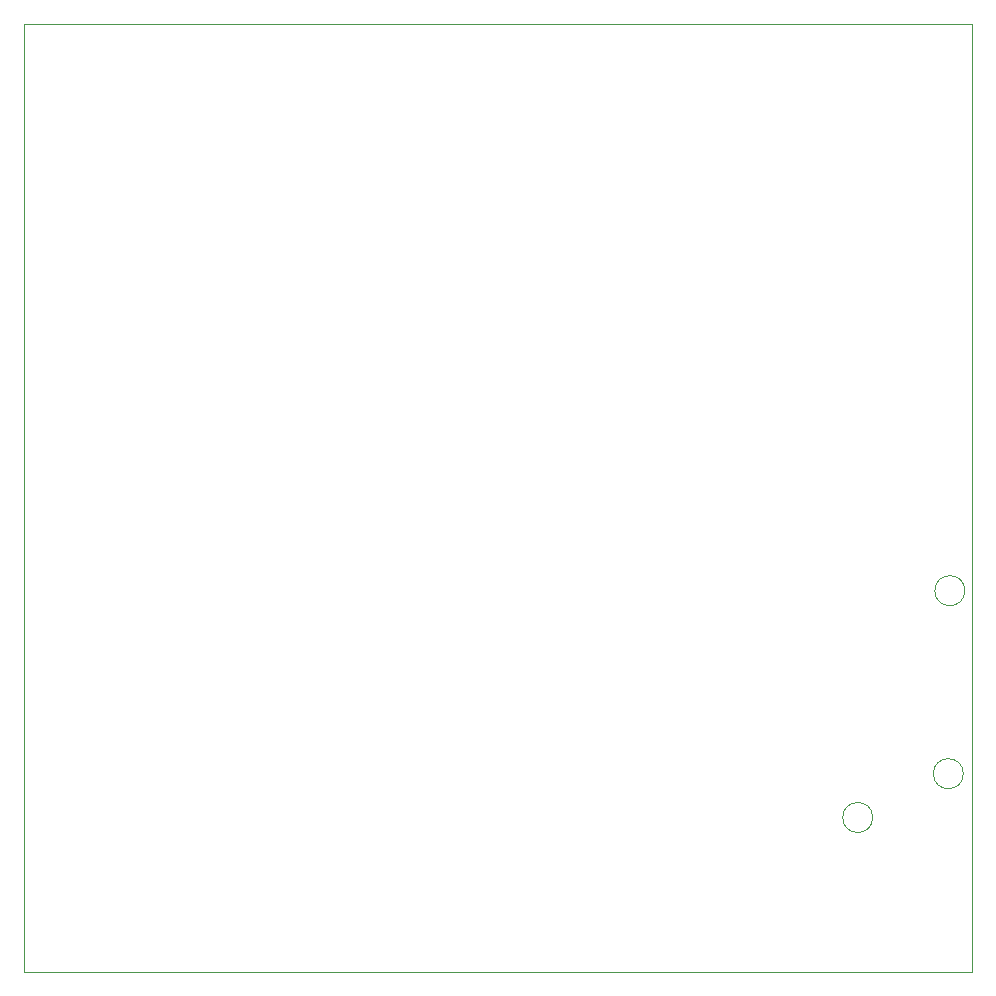
<source format=gm1>
%TF.GenerationSoftware,KiCad,Pcbnew,(6.0.1)*%
%TF.CreationDate,2022-11-04T14:47:35-07:00*%
%TF.ProjectId,TxRev3a,54785265-7633-4612-9e6b-696361645f70,rev?*%
%TF.SameCoordinates,Original*%
%TF.FileFunction,Profile,NP*%
%FSLAX46Y46*%
G04 Gerber Fmt 4.6, Leading zero omitted, Abs format (unit mm)*
G04 Created by KiCad (PCBNEW (6.0.1)) date 2022-11-04 14:47:35*
%MOMM*%
%LPD*%
G01*
G04 APERTURE LIST*
%TA.AperFunction,Profile*%
%ADD10C,0.100000*%
%TD*%
G04 APERTURE END LIST*
D10*
X207264000Y-127000000D02*
X127000000Y-127000000D01*
X127000000Y-127000000D02*
X127000000Y-46736000D01*
X127000000Y-46736000D02*
X207264000Y-46736000D01*
X207264000Y-46736000D02*
X207264000Y-127000000D01*
X198831200Y-113944400D02*
G75*
G03*
X198831200Y-113944400I-1270000J0D01*
G01*
X206629000Y-94742000D02*
G75*
G03*
X206629000Y-94742000I-1270000J0D01*
G01*
X206502000Y-110236000D02*
G75*
G03*
X206502000Y-110236000I-1270000J0D01*
G01*
M02*

</source>
